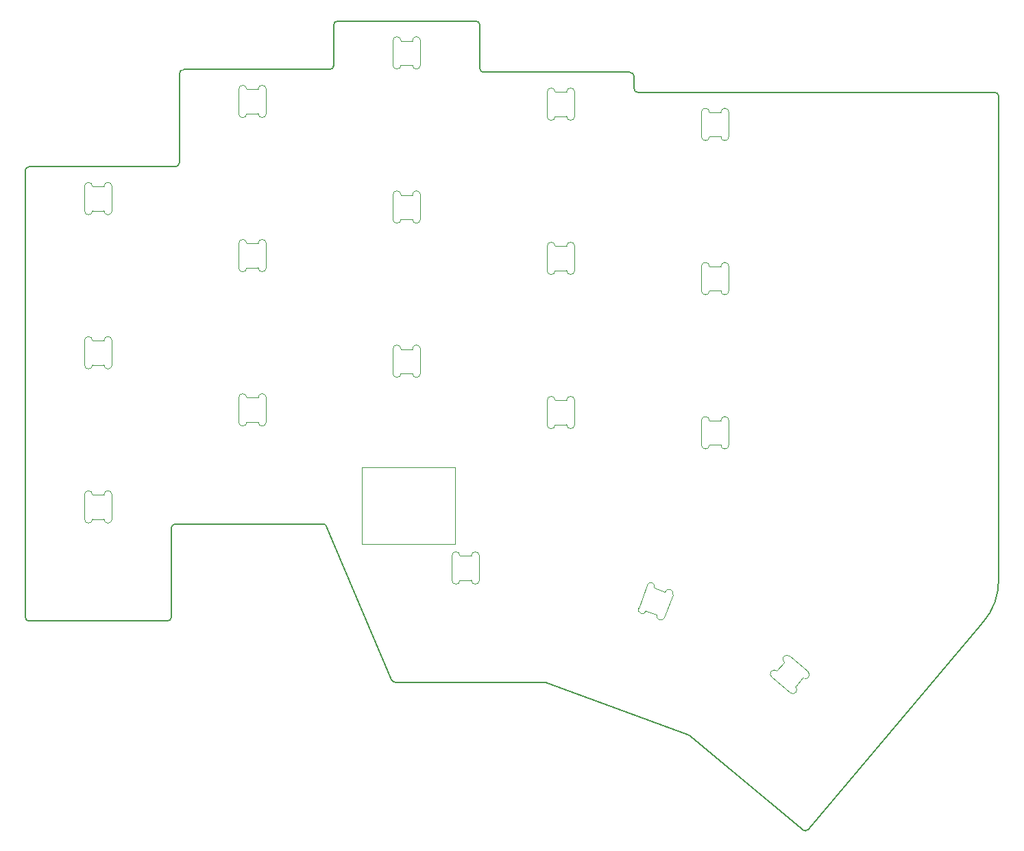
<source format=gbr>
%TF.GenerationSoftware,KiCad,Pcbnew,7.0.9*%
%TF.CreationDate,2024-05-06T02:44:53+05:30*%
%TF.ProjectId,UniFi,556e6946-692e-46b6-9963-61645f706362,rev?*%
%TF.SameCoordinates,Original*%
%TF.FileFunction,Profile,NP*%
%FSLAX46Y46*%
G04 Gerber Fmt 4.6, Leading zero omitted, Abs format (unit mm)*
G04 Created by KiCad (PCBNEW 7.0.9) date 2024-05-06 02:44:53*
%MOMM*%
%LPD*%
G01*
G04 APERTURE LIST*
%TA.AperFunction,Profile*%
%ADD10C,0.200000*%
%TD*%
%TA.AperFunction,Profile*%
%ADD11C,0.100000*%
%TD*%
%TA.AperFunction,Profile*%
%ADD12C,0.050000*%
%TD*%
G04 APERTURE END LIST*
D10*
X138853554Y-56335046D02*
G75*
G03*
X138353553Y-55835046I-499954J46D01*
G01*
X119803553Y-55335046D02*
X119803553Y-49996447D01*
X145902719Y-137886080D02*
G75*
G03*
X145439608Y-137644995I-1146919J-1637820D01*
G01*
X127391965Y-131196447D02*
X118064444Y-131196447D01*
X119803553Y-49996447D02*
G75*
G03*
X119303553Y-49496447I-499953J47D01*
G01*
X83203553Y-55496447D02*
X91728553Y-55496447D01*
X119803555Y-55335046D02*
G75*
G03*
X120303552Y-55835045I500045J46D01*
G01*
X183894900Y-58800000D02*
G75*
G03*
X183395000Y-58300000I-499900J100D01*
G01*
X101253554Y-55496454D02*
G75*
G03*
X101753554Y-54996447I-154J500154D01*
G01*
X108910225Y-130891561D02*
X100882773Y-111951332D01*
X91728553Y-111646446D02*
X82203553Y-111646446D01*
X183900000Y-105900000D02*
X183900000Y-118400000D01*
X129828553Y-55835046D02*
X138353553Y-55835046D01*
X181674447Y-124137024D02*
X181989419Y-123782099D01*
X110778553Y-49496447D02*
X119303553Y-49496447D01*
X139353553Y-58335046D02*
X148878553Y-58335046D01*
X83203553Y-55496453D02*
G75*
G03*
X82703553Y-55996447I-153J-499847D01*
G01*
X108910212Y-130891566D02*
G75*
G03*
X109370584Y-131196447I460388J195166D01*
G01*
X127909601Y-131264601D02*
G75*
G03*
X127391965Y-131196447I-517601J-1931399D01*
G01*
X102253553Y-49496447D02*
X110778553Y-49496447D01*
X82703553Y-66996447D02*
X82703553Y-55996447D01*
X183900000Y-105900000D02*
X183895000Y-104400000D01*
X72678553Y-123646447D02*
X64153553Y-123646447D01*
X157900000Y-58300000D02*
X158895050Y-58300000D01*
X82203553Y-67496452D02*
G75*
G03*
X82703552Y-66996448I47J499952D01*
G01*
X81203554Y-123646454D02*
G75*
G03*
X81703554Y-123146447I-154J500154D01*
G01*
X63653553Y-123146447D02*
X63653553Y-67996448D01*
X181989406Y-123782088D02*
G75*
G03*
X183900000Y-118400000I-5952606J5143288D01*
G01*
X64153553Y-67496447D02*
X72678553Y-67496447D01*
X120303553Y-55835046D02*
X129828553Y-55835046D01*
X91728553Y-55496447D02*
X101253554Y-55496447D01*
X159685028Y-149454925D02*
X159500000Y-149300000D01*
X158895050Y-58300000D02*
X183395000Y-58300000D01*
X82203553Y-111646454D02*
G75*
G03*
X81703554Y-112146447I-153J-499846D01*
G01*
X138853554Y-57835046D02*
G75*
G03*
X139353553Y-58335046I500046J46D01*
G01*
X157900000Y-58300000D02*
X148878553Y-58335046D01*
X100882791Y-111951325D02*
G75*
G03*
X100422413Y-111646447I-460391J-195175D01*
G01*
X181674447Y-124137024D02*
X160389445Y-149393296D01*
X81703554Y-112146446D02*
X81703554Y-123146447D01*
X101753553Y-54996447D02*
X101753553Y-49996447D01*
X118064444Y-131196447D02*
X109370584Y-131196447D01*
X81203554Y-123646447D02*
X72678553Y-123646447D01*
X159685009Y-149454948D02*
G75*
G03*
X160389444Y-149393295I321391J383048D01*
G01*
X72678553Y-67496447D02*
X82203553Y-67496447D01*
X64153553Y-67496353D02*
G75*
G03*
X63653553Y-67996447I47J-500047D01*
G01*
X145439608Y-137644995D02*
X127909603Y-131264595D01*
X159500000Y-149300000D02*
X145902721Y-137886077D01*
X63653553Y-123146447D02*
G75*
G03*
X64153553Y-123646447I500047J47D01*
G01*
X138853553Y-56335046D02*
X138853553Y-57835046D01*
X183894946Y-58800000D02*
X183895000Y-104400000D01*
X100422414Y-111646446D02*
X91728553Y-111646446D01*
X102253553Y-49496453D02*
G75*
G03*
X101753553Y-49996447I-153J-499847D01*
G01*
D11*
%TO.C,SW5*%
X147178600Y-60780000D02*
X147178600Y-63780000D01*
X149578600Y-60780000D02*
X148178600Y-60780000D01*
X149578600Y-63780000D02*
X148178600Y-63780000D01*
X150578600Y-63780000D02*
X150578600Y-60780000D01*
X148178600Y-60780000D02*
G75*
G03*
X147178600Y-60780000I-500000J0D01*
G01*
X147178600Y-63780000D02*
G75*
G03*
X148178600Y-63780000I500000J0D01*
G01*
X150578600Y-60780000D02*
G75*
G03*
X149578600Y-60780000I-500000J0D01*
G01*
X149578600Y-63780000D02*
G75*
G03*
X150578600Y-63780000I500000J0D01*
G01*
%TO.C,SW14*%
X128128600Y-96380000D02*
X128128600Y-99380000D01*
X130528600Y-96380000D02*
X129128600Y-96380000D01*
X130528600Y-99380000D02*
X129128600Y-99380000D01*
X131528600Y-99380000D02*
X131528600Y-96380000D01*
X129128600Y-96380000D02*
G75*
G03*
X128128600Y-96380000I-500000J0D01*
G01*
X128128600Y-99380000D02*
G75*
G03*
X129128600Y-99380000I500000J0D01*
G01*
X131528600Y-96380000D02*
G75*
G03*
X130528600Y-96380000I-500000J0D01*
G01*
X130528600Y-99380000D02*
G75*
G03*
X131528600Y-99380000I500000J0D01*
G01*
%TO.C,SW18*%
X155866689Y-130572733D02*
X158164822Y-132501096D01*
X157409379Y-128734226D02*
X156509476Y-129806689D01*
X159707512Y-130662589D02*
X158807610Y-131735051D01*
X160350300Y-129896545D02*
X158052167Y-127968182D01*
X156509475Y-129806690D02*
G75*
G03*
X155866689Y-130572733I-321393J-383021D01*
G01*
X158164822Y-132501096D02*
G75*
G03*
X158807610Y-131735052I321394J383022D01*
G01*
X158052166Y-127968183D02*
G75*
G03*
X157409380Y-128734225I-321393J-383021D01*
G01*
X159707513Y-130662588D02*
G75*
G03*
X160350299Y-129896546I321393J383021D01*
G01*
%TO.C,SW16*%
X116364600Y-115591400D02*
X116364600Y-118591400D01*
X118764600Y-115591400D02*
X117364600Y-115591400D01*
X118764600Y-118591400D02*
X117364600Y-118591400D01*
X119764600Y-118591400D02*
X119764600Y-115591400D01*
X117364600Y-115591400D02*
G75*
G03*
X116364600Y-115591400I-500000J0D01*
G01*
X116364600Y-118591400D02*
G75*
G03*
X117364600Y-118591400I500000J0D01*
G01*
X119764600Y-115591400D02*
G75*
G03*
X118764600Y-115591400I-500000J0D01*
G01*
X118764600Y-118591400D02*
G75*
G03*
X119764600Y-118591400I500000J0D01*
G01*
%TO.C,SW11*%
X70978600Y-108041400D02*
X70978600Y-111041400D01*
X73378600Y-108041400D02*
X71978600Y-108041400D01*
X73378600Y-111041400D02*
X71978600Y-111041400D01*
X74378600Y-111041400D02*
X74378600Y-108041400D01*
X71978600Y-108041400D02*
G75*
G03*
X70978600Y-108041400I-500000J0D01*
G01*
X70978600Y-111041400D02*
G75*
G03*
X71978600Y-111041400I500000J0D01*
G01*
X74378600Y-108041400D02*
G75*
G03*
X73378600Y-108041400I-500000J0D01*
G01*
X73378600Y-111041400D02*
G75*
G03*
X74378600Y-111041400I500000J0D01*
G01*
%TO.C,SW8*%
X109078600Y-70991400D02*
X109078600Y-73991400D01*
X111478600Y-70991400D02*
X110078600Y-70991400D01*
X111478600Y-73991400D02*
X110078600Y-73991400D01*
X112478600Y-73991400D02*
X112478600Y-70991400D01*
X110078600Y-70991400D02*
G75*
G03*
X109078600Y-70991400I-500000J0D01*
G01*
X109078600Y-73991400D02*
G75*
G03*
X110078600Y-73991400I500000J0D01*
G01*
X112478600Y-70991400D02*
G75*
G03*
X111478600Y-70991400I-500000J0D01*
G01*
X111478600Y-73991400D02*
G75*
G03*
X112478600Y-73991400I500000J0D01*
G01*
D12*
%TO.C,BZ1*%
X105250000Y-114150000D02*
X116750000Y-114150000D01*
X116750000Y-114150000D02*
X116750000Y-104650000D01*
X116750000Y-104650000D02*
X105250000Y-104650000D01*
X105250000Y-104650000D02*
X105250000Y-114150000D01*
D11*
%TO.C,SW1*%
X70978600Y-69941400D02*
X70978600Y-72941400D01*
X73378600Y-69941400D02*
X71978600Y-69941400D01*
X73378600Y-72941400D02*
X71978600Y-72941400D01*
X74378600Y-72941400D02*
X74378600Y-69941400D01*
X71978600Y-69941400D02*
G75*
G03*
X70978600Y-69941400I-500000J0D01*
G01*
X70978600Y-72941400D02*
G75*
G03*
X71978600Y-72941400I500000J0D01*
G01*
X74378600Y-69941400D02*
G75*
G03*
X73378600Y-69941400I-500000J0D01*
G01*
X73378600Y-72941400D02*
G75*
G03*
X74378600Y-72941400I500000J0D01*
G01*
%TO.C,SW10*%
X147178600Y-79830000D02*
X147178600Y-82830000D01*
X149578600Y-79830000D02*
X148178600Y-79830000D01*
X149578600Y-82830000D02*
X148178600Y-82830000D01*
X150578600Y-82830000D02*
X150578600Y-79830000D01*
X148178600Y-79830000D02*
G75*
G03*
X147178600Y-79830000I-500000J0D01*
G01*
X147178600Y-82830000D02*
G75*
G03*
X148178600Y-82830000I500000J0D01*
G01*
X150578600Y-79830000D02*
G75*
G03*
X149578600Y-79830000I-500000J0D01*
G01*
X149578600Y-82830000D02*
G75*
G03*
X150578600Y-82830000I500000J0D01*
G01*
%TO.C,SW6*%
X70978600Y-88991400D02*
X70978600Y-91991400D01*
X73378600Y-88991400D02*
X71978600Y-88991400D01*
X73378600Y-91991400D02*
X71978600Y-91991400D01*
X74378600Y-91991400D02*
X74378600Y-88991400D01*
X71978600Y-88991400D02*
G75*
G03*
X70978600Y-88991400I-500000J0D01*
G01*
X70978600Y-91991400D02*
G75*
G03*
X71978600Y-91991400I500000J0D01*
G01*
X74378600Y-88991400D02*
G75*
G03*
X73378600Y-88991400I-500000J0D01*
G01*
X73378600Y-91991400D02*
G75*
G03*
X74378600Y-91991400I500000J0D01*
G01*
%TO.C,SW12*%
X90028600Y-96051400D02*
X90028600Y-99051400D01*
X92428600Y-96051400D02*
X91028600Y-96051400D01*
X92428600Y-99051400D02*
X91028600Y-99051400D01*
X93428600Y-99051400D02*
X93428600Y-96051400D01*
X91028600Y-96051400D02*
G75*
G03*
X90028600Y-96051400I-500000J0D01*
G01*
X90028600Y-99051400D02*
G75*
G03*
X91028600Y-99051400I500000J0D01*
G01*
X93428600Y-96051400D02*
G75*
G03*
X92428600Y-96051400I-500000J0D01*
G01*
X92428600Y-99051400D02*
G75*
G03*
X93428600Y-99051400I500000J0D01*
G01*
%TO.C,SW13*%
X109078600Y-90041400D02*
X109078600Y-93041400D01*
X111478600Y-90041400D02*
X110078600Y-90041400D01*
X111478600Y-93041400D02*
X110078600Y-93041400D01*
X112478600Y-93041400D02*
X112478600Y-90041400D01*
X110078600Y-90041400D02*
G75*
G03*
X109078600Y-90041400I-500000J0D01*
G01*
X109078600Y-93041400D02*
G75*
G03*
X110078600Y-93041400I500000J0D01*
G01*
X112478600Y-90041400D02*
G75*
G03*
X111478600Y-90041400I-500000J0D01*
G01*
X111478600Y-93041400D02*
G75*
G03*
X112478600Y-93041400I500000J0D01*
G01*
%TO.C,SW2*%
X90028600Y-57941400D02*
X90028600Y-60941400D01*
X92428600Y-57941400D02*
X91028600Y-57941400D01*
X92428600Y-60941400D02*
X91028600Y-60941400D01*
X93428600Y-60941400D02*
X93428600Y-57941400D01*
X91028600Y-57941400D02*
G75*
G03*
X90028600Y-57941400I-500000J0D01*
G01*
X90028600Y-60941400D02*
G75*
G03*
X91028600Y-60941400I500000J0D01*
G01*
X93428600Y-57941400D02*
G75*
G03*
X92428600Y-57941400I-500000J0D01*
G01*
X92428600Y-60941400D02*
G75*
G03*
X93428600Y-60941400I500000J0D01*
G01*
%TO.C,SW15*%
X147178600Y-98880000D02*
X147178600Y-101880000D01*
X149578600Y-98880000D02*
X148178600Y-98880000D01*
X149578600Y-101880000D02*
X148178600Y-101880000D01*
X150578600Y-101880000D02*
X150578600Y-98880000D01*
X148178600Y-98880000D02*
G75*
G03*
X147178600Y-98880000I-500000J0D01*
G01*
X147178600Y-101880000D02*
G75*
G03*
X148178600Y-101880000I500000J0D01*
G01*
X150578600Y-98880000D02*
G75*
G03*
X149578600Y-98880000I-500000J0D01*
G01*
X149578600Y-101880000D02*
G75*
G03*
X150578600Y-101880000I500000J0D01*
G01*
%TO.C,SW9*%
X128128600Y-77330000D02*
X128128600Y-80330000D01*
X130528600Y-77330000D02*
X129128600Y-77330000D01*
X130528600Y-80330000D02*
X129128600Y-80330000D01*
X131528600Y-80330000D02*
X131528600Y-77330000D01*
X129128600Y-77330000D02*
G75*
G03*
X128128600Y-77330000I-500000J0D01*
G01*
X128128600Y-80330000D02*
G75*
G03*
X129128600Y-80330000I500000J0D01*
G01*
X131528600Y-77330000D02*
G75*
G03*
X130528600Y-77330000I-500000J0D01*
G01*
X130528600Y-80330000D02*
G75*
G03*
X131528600Y-80330000I500000J0D01*
G01*
%TO.C,SW4*%
X128128600Y-58280000D02*
X128128600Y-61280000D01*
X130528600Y-58280000D02*
X129128600Y-58280000D01*
X130528600Y-61280000D02*
X129128600Y-61280000D01*
X131528600Y-61280000D02*
X131528600Y-58280000D01*
X129128600Y-58280000D02*
G75*
G03*
X128128600Y-58280000I-500000J0D01*
G01*
X128128600Y-61280000D02*
G75*
G03*
X129128600Y-61280000I500000J0D01*
G01*
X131528600Y-58280000D02*
G75*
G03*
X130528600Y-58280000I-500000J0D01*
G01*
X130528600Y-61280000D02*
G75*
G03*
X131528600Y-61280000I500000J0D01*
G01*
%TO.C,SW17*%
X140453015Y-119235388D02*
X139426955Y-122054466D01*
X142708277Y-120056237D02*
X141392708Y-119577408D01*
X141682217Y-122875315D02*
X140366647Y-122396486D01*
X142621910Y-123217335D02*
X143647970Y-120398257D01*
X141392706Y-119577407D02*
G75*
G03*
X140453016Y-119235388I-469845J171009D01*
G01*
X139426956Y-122054466D02*
G75*
G03*
X140366646Y-122396486I469845J-171010D01*
G01*
X143647970Y-120398257D02*
G75*
G03*
X142708278Y-120056237I-469846J171010D01*
G01*
X141682217Y-122875315D02*
G75*
G03*
X142621909Y-123217335I469846J-171010D01*
G01*
%TO.C,SW3*%
X109078600Y-51941400D02*
X109078600Y-54941400D01*
X111478600Y-51941400D02*
X110078600Y-51941400D01*
X111478600Y-54941400D02*
X110078600Y-54941400D01*
X112478600Y-54941400D02*
X112478600Y-51941400D01*
X110078600Y-51941400D02*
G75*
G03*
X109078600Y-51941400I-500000J0D01*
G01*
X109078600Y-54941400D02*
G75*
G03*
X110078600Y-54941400I500000J0D01*
G01*
X112478600Y-51941400D02*
G75*
G03*
X111478600Y-51941400I-500000J0D01*
G01*
X111478600Y-54941400D02*
G75*
G03*
X112478600Y-54941400I500000J0D01*
G01*
%TO.C,SW7*%
X90028600Y-76991400D02*
X90028600Y-79991400D01*
X92428600Y-76991400D02*
X91028600Y-76991400D01*
X92428600Y-79991400D02*
X91028600Y-79991400D01*
X93428600Y-79991400D02*
X93428600Y-76991400D01*
X91028600Y-76991400D02*
G75*
G03*
X90028600Y-76991400I-500000J0D01*
G01*
X90028600Y-79991400D02*
G75*
G03*
X91028600Y-79991400I500000J0D01*
G01*
X93428600Y-76991400D02*
G75*
G03*
X92428600Y-76991400I-500000J0D01*
G01*
X92428600Y-79991400D02*
G75*
G03*
X93428600Y-79991400I500000J0D01*
G01*
%TD*%
M02*

</source>
